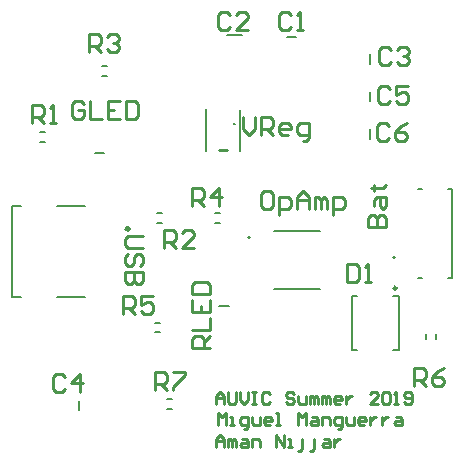
<source format=gto>
G04*
G04 #@! TF.GenerationSoftware,Altium Limited,Altium Designer,19.1.5 (86)*
G04*
G04 Layer_Color=65535*
%FSLAX25Y25*%
%MOIN*%
G70*
G01*
G75*
%ADD10C,0.00787*%
%ADD11C,0.00984*%
%ADD12C,0.01575*%
%ADD13C,0.01000*%
%ADD14C,0.00500*%
D10*
X130614Y66402D02*
G03*
X130614Y66402I-394J0D01*
G01*
X82252Y73000D02*
G03*
X82252Y73000I-394J0D01*
G01*
X25201Y15425D02*
Y18575D01*
X74441Y140587D02*
X79559D01*
X116126Y35445D02*
X117996D01*
X116126Y53555D02*
X117996D01*
X130004Y35445D02*
X131874D01*
X130004Y53555D02*
X131874D01*
X116126Y35445D02*
Y53555D01*
X131874Y35445D02*
Y53555D01*
X12213Y104925D02*
X13787D01*
X12213Y108075D02*
X13787D01*
X30425Y101276D02*
X33575D01*
X70713Y77925D02*
X72287D01*
X70713Y81075D02*
X72287D01*
X51366Y77925D02*
X52941D01*
X51366Y81075D02*
X52941D01*
X50713Y41425D02*
X52287D01*
X50713Y44575D02*
X52287D01*
X54713Y15925D02*
X56287D01*
X54713Y19075D02*
X56287D01*
X94425Y139799D02*
X97575D01*
X144075Y39213D02*
Y40787D01*
X140925Y39213D02*
Y40787D01*
X71925Y50224D02*
X75075D01*
X122150Y130925D02*
Y134075D01*
Y118425D02*
Y121575D01*
X122299Y105925D02*
Y109075D01*
X32866Y126925D02*
X34441D01*
X32866Y130075D02*
X34441D01*
D11*
X131087Y56114D02*
G03*
X131087Y56114I-492J0D01*
G01*
D12*
X41748Y75839D02*
G03*
X41748Y75839I-315J0D01*
G01*
D13*
X77000Y110800D02*
G03*
X77000Y110800I-100J0D01*
G01*
X71900Y102000D02*
X74500D01*
X71000Y17500D02*
Y20166D01*
X72333Y21499D01*
X73666Y20166D01*
Y17500D01*
Y19499D01*
X71000D01*
X74999Y21499D02*
Y18167D01*
X75665Y17500D01*
X76998D01*
X77665Y18167D01*
Y21499D01*
X78997D02*
Y18833D01*
X80330Y17500D01*
X81663Y18833D01*
Y21499D01*
X82996D02*
X84329D01*
X83663D01*
Y17500D01*
X82996D01*
X84329D01*
X88994Y20832D02*
X88328Y21499D01*
X86995D01*
X86328Y20832D01*
Y18167D01*
X86995Y17500D01*
X88328D01*
X88994Y18167D01*
X96992Y20832D02*
X96325Y21499D01*
X94992D01*
X94326Y20832D01*
Y20166D01*
X94992Y19499D01*
X96325D01*
X96992Y18833D01*
Y18167D01*
X96325Y17500D01*
X94992D01*
X94326Y18167D01*
X98325Y20166D02*
Y18167D01*
X98991Y17500D01*
X100990D01*
Y20166D01*
X102323Y17500D02*
Y20166D01*
X102990D01*
X103656Y19499D01*
Y17500D01*
Y19499D01*
X104323Y20166D01*
X104989Y19499D01*
Y17500D01*
X106322D02*
Y20166D01*
X106988D01*
X107655Y19499D01*
Y17500D01*
Y19499D01*
X108321Y20166D01*
X108988Y19499D01*
Y17500D01*
X112320D02*
X110987D01*
X110321Y18167D01*
Y19499D01*
X110987Y20166D01*
X112320D01*
X112986Y19499D01*
Y18833D01*
X110321D01*
X114319Y20166D02*
Y17500D01*
Y18833D01*
X114986Y19499D01*
X115652Y20166D01*
X116319D01*
X124983Y17500D02*
X122317D01*
X124983Y20166D01*
Y20832D01*
X124316Y21499D01*
X122983D01*
X122317Y20832D01*
X126315D02*
X126982Y21499D01*
X128315D01*
X128981Y20832D01*
Y18167D01*
X128315Y17500D01*
X126982D01*
X126315Y18167D01*
Y20832D01*
X130314Y17500D02*
X131647D01*
X130981D01*
Y21499D01*
X130314Y20832D01*
X133647Y18167D02*
X134313Y17500D01*
X135646D01*
X136312Y18167D01*
Y20832D01*
X135646Y21499D01*
X134313D01*
X133647Y20832D01*
Y20166D01*
X134313Y19499D01*
X136312D01*
X71500Y10500D02*
Y14499D01*
X72833Y13166D01*
X74166Y14499D01*
Y10500D01*
X75499D02*
X76832D01*
X76165D01*
Y13166D01*
X75499D01*
X80164Y9167D02*
X80830D01*
X81497Y9833D01*
Y13166D01*
X79497D01*
X78831Y12499D01*
Y11167D01*
X79497Y10500D01*
X81497D01*
X82830Y13166D02*
Y11167D01*
X83496Y10500D01*
X85496D01*
Y13166D01*
X88828Y10500D02*
X87495D01*
X86828Y11167D01*
Y12499D01*
X87495Y13166D01*
X88828D01*
X89494Y12499D01*
Y11833D01*
X86828D01*
X90827Y10500D02*
X92160D01*
X91494D01*
Y14499D01*
X90827D01*
X98158Y10500D02*
Y14499D01*
X99491Y13166D01*
X100824Y14499D01*
Y10500D01*
X102823Y13166D02*
X104156D01*
X104823Y12499D01*
Y10500D01*
X102823D01*
X102157Y11167D01*
X102823Y11833D01*
X104823D01*
X106156Y10500D02*
Y13166D01*
X108155D01*
X108821Y12499D01*
Y10500D01*
X111487Y9167D02*
X112153D01*
X112820Y9833D01*
Y13166D01*
X110821D01*
X110154Y12499D01*
Y11167D01*
X110821Y10500D01*
X112820D01*
X114153Y13166D02*
Y11167D01*
X114819Y10500D01*
X116819D01*
Y13166D01*
X120151Y10500D02*
X118818D01*
X118152Y11167D01*
Y12499D01*
X118818Y13166D01*
X120151D01*
X120817Y12499D01*
Y11833D01*
X118152D01*
X122150Y13166D02*
Y10500D01*
Y11833D01*
X122817Y12499D01*
X123483Y13166D01*
X124150D01*
X126149D02*
Y10500D01*
Y11833D01*
X126815Y12499D01*
X127482Y13166D01*
X128148D01*
X130814D02*
X132147D01*
X132814Y12499D01*
Y10500D01*
X130814D01*
X130148Y11167D01*
X130814Y11833D01*
X132814D01*
X71000Y3000D02*
Y5666D01*
X72333Y6999D01*
X73666Y5666D01*
Y3000D01*
Y4999D01*
X71000D01*
X74999Y3000D02*
Y5666D01*
X75665D01*
X76332Y4999D01*
Y3000D01*
Y4999D01*
X76998Y5666D01*
X77665Y4999D01*
Y3000D01*
X79664Y5666D02*
X80997D01*
X81663Y4999D01*
Y3000D01*
X79664D01*
X78997Y3666D01*
X79664Y4333D01*
X81663D01*
X82996Y3000D02*
Y5666D01*
X84996D01*
X85662Y4999D01*
Y3000D01*
X90994D02*
Y6999D01*
X93659Y3000D01*
Y6999D01*
X94992Y3000D02*
X96325D01*
X95659D01*
Y5666D01*
X94992D01*
X98325Y1667D02*
X98991D01*
X99657Y2334D01*
Y5666D01*
X102323Y1667D02*
X102990D01*
X103656Y2334D01*
Y5666D01*
X106988D02*
X108321D01*
X108988Y4999D01*
Y3000D01*
X106988D01*
X106322Y3666D01*
X106988Y4333D01*
X108988D01*
X110321Y5666D02*
Y3000D01*
Y4333D01*
X110987Y4999D01*
X111653Y5666D01*
X112320D01*
X20499Y26498D02*
X19499Y27498D01*
X17500D01*
X16500Y26498D01*
Y22500D01*
X17500Y21500D01*
X19499D01*
X20499Y22500D01*
X25497Y21500D02*
Y27498D01*
X22498Y24499D01*
X26497D01*
X75499Y146998D02*
X74499Y147998D01*
X72500D01*
X71500Y146998D01*
Y143000D01*
X72500Y142000D01*
X74499D01*
X75499Y143000D01*
X81497Y142000D02*
X77498D01*
X81497Y145999D01*
Y146998D01*
X80497Y147998D01*
X78498D01*
X77498Y146998D01*
X80000Y112998D02*
Y108999D01*
X81999Y107000D01*
X83999Y108999D01*
Y112998D01*
X85998Y107000D02*
Y112998D01*
X88997D01*
X89997Y111998D01*
Y109999D01*
X88997Y108999D01*
X85998D01*
X87997D02*
X89997Y107000D01*
X94995D02*
X92996D01*
X91996Y108000D01*
Y109999D01*
X92996Y110999D01*
X94995D01*
X95995Y109999D01*
Y108999D01*
X91996D01*
X99993Y105001D02*
X100993D01*
X101993Y106000D01*
Y110999D01*
X98994D01*
X97994Y109999D01*
Y108000D01*
X98994Y107000D01*
X101993D01*
X46498Y73500D02*
X41500D01*
X40500Y72500D01*
Y70501D01*
X41500Y69501D01*
X46498D01*
X45498Y63503D02*
X46498Y64503D01*
Y66502D01*
X45498Y67502D01*
X44499D01*
X43499Y66502D01*
Y64503D01*
X42499Y63503D01*
X41500D01*
X40500Y64503D01*
Y66502D01*
X41500Y67502D01*
X46498Y61504D02*
X40500D01*
Y58505D01*
X41500Y57505D01*
X42499D01*
X43499Y58505D01*
Y61504D01*
Y58505D01*
X44499Y57505D01*
X45498D01*
X46498Y58505D01*
Y61504D01*
X69000Y36000D02*
X63002D01*
Y38999D01*
X64002Y39999D01*
X66001D01*
X67001Y38999D01*
Y36000D01*
Y37999D02*
X69000Y39999D01*
X63002Y41998D02*
X69000D01*
Y45997D01*
X63002Y51995D02*
Y47996D01*
X69000D01*
Y51995D01*
X66001Y47996D02*
Y49995D01*
X63002Y53994D02*
X69000D01*
Y56993D01*
X68000Y57993D01*
X64002D01*
X63002Y56993D01*
Y53994D01*
X50500Y22000D02*
Y27998D01*
X53499D01*
X54499Y26998D01*
Y24999D01*
X53499Y23999D01*
X50500D01*
X52499D02*
X54499Y22000D01*
X56498Y27998D02*
X60497D01*
Y26998D01*
X56498Y23000D01*
Y22000D01*
X137000Y23500D02*
Y29498D01*
X139999D01*
X140999Y28498D01*
Y26499D01*
X139999Y25499D01*
X137000D01*
X138999D02*
X140999Y23500D01*
X146997Y29498D02*
X144997Y28498D01*
X142998Y26499D01*
Y24500D01*
X143998Y23500D01*
X145997D01*
X146997Y24500D01*
Y25499D01*
X145997Y26499D01*
X142998D01*
X40000Y47500D02*
Y53498D01*
X42999D01*
X43999Y52498D01*
Y50499D01*
X42999Y49499D01*
X40000D01*
X41999D02*
X43999Y47500D01*
X49997Y53498D02*
X45998D01*
Y50499D01*
X47997Y51499D01*
X48997D01*
X49997Y50499D01*
Y48500D01*
X48997Y47500D01*
X46998D01*
X45998Y48500D01*
X63000Y83500D02*
Y89498D01*
X65999D01*
X66999Y88498D01*
Y86499D01*
X65999Y85499D01*
X63000D01*
X64999D02*
X66999Y83500D01*
X71997D02*
Y89498D01*
X68998Y86499D01*
X72997D01*
X28403Y134650D02*
Y140648D01*
X31403D01*
X32402Y139648D01*
Y137649D01*
X31403Y136649D01*
X28403D01*
X30403D02*
X32402Y134650D01*
X34402Y139648D02*
X35401Y140648D01*
X37401D01*
X38400Y139648D01*
Y138649D01*
X37401Y137649D01*
X36401D01*
X37401D01*
X38400Y136649D01*
Y135650D01*
X37401Y134650D01*
X35401D01*
X34402Y135650D01*
X53500Y69500D02*
Y75498D01*
X56499D01*
X57499Y74498D01*
Y72499D01*
X56499Y71499D01*
X53500D01*
X55499D02*
X57499Y69500D01*
X63497D02*
X59498D01*
X63497Y73499D01*
Y74498D01*
X62497Y75498D01*
X60498D01*
X59498Y74498D01*
X9500Y111000D02*
Y116998D01*
X12499D01*
X13499Y115998D01*
Y113999D01*
X12499Y112999D01*
X9500D01*
X11499D02*
X13499Y111000D01*
X15498D02*
X17497D01*
X16498D01*
Y116998D01*
X15498Y115998D01*
X88999Y88498D02*
X87000D01*
X86000Y87498D01*
Y83500D01*
X87000Y82500D01*
X88999D01*
X89999Y83500D01*
Y87498D01*
X88999Y88498D01*
X91998Y80501D02*
Y86499D01*
X94997D01*
X95997Y85499D01*
Y83500D01*
X94997Y82500D01*
X91998D01*
X97996D02*
Y86499D01*
X99995Y88498D01*
X101995Y86499D01*
Y82500D01*
Y85499D01*
X97996D01*
X103994Y82500D02*
Y86499D01*
X104994D01*
X105993Y85499D01*
Y82500D01*
Y85499D01*
X106993Y86499D01*
X107993Y85499D01*
Y82500D01*
X109992Y80501D02*
Y86499D01*
X112991D01*
X113991Y85499D01*
Y83500D01*
X112991Y82500D01*
X109992D01*
X26999Y117498D02*
X25999Y118498D01*
X24000D01*
X23000Y117498D01*
Y113500D01*
X24000Y112500D01*
X25999D01*
X26999Y113500D01*
Y115499D01*
X24999D01*
X28998Y118498D02*
Y112500D01*
X32997D01*
X38995Y118498D02*
X34996D01*
Y112500D01*
X38995D01*
X34996Y115499D02*
X36996D01*
X40994Y118498D02*
Y112500D01*
X43993D01*
X44993Y113500D01*
Y117498D01*
X43993Y118498D01*
X40994D01*
X114500Y63998D02*
Y58000D01*
X117499D01*
X118499Y59000D01*
Y62998D01*
X117499Y63998D01*
X114500D01*
X120498Y58000D02*
X122497D01*
X121498D01*
Y63998D01*
X120498Y62998D01*
X128648Y109998D02*
X127649Y110998D01*
X125649D01*
X124650Y109998D01*
Y106000D01*
X125649Y105000D01*
X127649D01*
X128648Y106000D01*
X134646Y110998D02*
X132647Y109998D01*
X130648Y107999D01*
Y106000D01*
X131647Y105000D01*
X133647D01*
X134646Y106000D01*
Y106999D01*
X133647Y107999D01*
X130648D01*
X128999Y122498D02*
X127999Y123498D01*
X126000D01*
X125000Y122498D01*
Y118500D01*
X126000Y117500D01*
X127999D01*
X128999Y118500D01*
X134997Y123498D02*
X130998D01*
Y120499D01*
X132997Y121499D01*
X133997D01*
X134997Y120499D01*
Y118500D01*
X133997Y117500D01*
X131998D01*
X130998Y118500D01*
X129349Y135498D02*
X128349Y136498D01*
X126350D01*
X125350Y135498D01*
Y131500D01*
X126350Y130500D01*
X128349D01*
X129349Y131500D01*
X131349Y135498D02*
X132348Y136498D01*
X134347D01*
X135347Y135498D01*
Y134499D01*
X134347Y133499D01*
X133348D01*
X134347D01*
X135347Y132499D01*
Y131500D01*
X134347Y130500D01*
X132348D01*
X131349Y131500D01*
X95999Y146998D02*
X94999Y147998D01*
X93000D01*
X92000Y146998D01*
Y143000D01*
X93000Y142000D01*
X94999D01*
X95999Y143000D01*
X97998Y142000D02*
X99997D01*
X98998D01*
Y147998D01*
X97998Y146998D01*
X121502Y76500D02*
X127500D01*
Y79499D01*
X126500Y80499D01*
X125501D01*
X124501Y79499D01*
Y76500D01*
Y79499D01*
X123501Y80499D01*
X122502D01*
X121502Y79499D01*
Y76500D01*
X123501Y83498D02*
Y85497D01*
X124501Y86497D01*
X127500D01*
Y83498D01*
X126500Y82498D01*
X125501Y83498D01*
Y86497D01*
X122502Y89496D02*
X123501D01*
Y88496D01*
Y90496D01*
Y89496D01*
X126500D01*
X127500Y90496D01*
D14*
X148331Y89236D02*
X149512D01*
X148331Y59315D02*
X149512D01*
X138094Y89236D02*
X139669D01*
X138094Y59315D02*
X139669D01*
X149709D02*
Y89236D01*
X90323Y75146D02*
X105677D01*
X90323Y55854D02*
X105677D01*
X17791Y53181D02*
X27240D01*
X2831D02*
X5980D01*
X2831Y83496D02*
X5980D01*
X17791D02*
X27240D01*
X2831Y53181D02*
Y83496D01*
X67400Y101800D02*
Y115900D01*
X79000Y101800D02*
Y115600D01*
M02*

</source>
